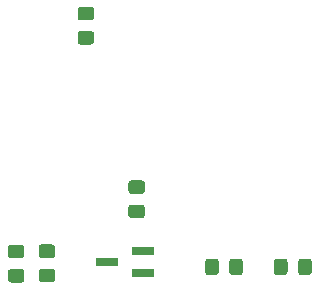
<source format=gtp>
G04 #@! TF.GenerationSoftware,KiCad,Pcbnew,(5.1.10)-1*
G04 #@! TF.CreationDate,2022-12-02T15:34:49-08:00*
G04 #@! TF.ProjectId,D24V22Fx_breakout,44323456-3232-4467-985f-627265616b6f,rev?*
G04 #@! TF.SameCoordinates,Original*
G04 #@! TF.FileFunction,Paste,Top*
G04 #@! TF.FilePolarity,Positive*
%FSLAX46Y46*%
G04 Gerber Fmt 4.6, Leading zero omitted, Abs format (unit mm)*
G04 Created by KiCad (PCBNEW (5.1.10)-1) date 2022-12-02 15:34:49*
%MOMM*%
%LPD*%
G01*
G04 APERTURE LIST*
%ADD10R,1.900000X0.800000*%
G04 APERTURE END LIST*
G36*
G01*
X132350001Y-69425000D02*
X131449999Y-69425000D01*
G75*
G02*
X131200000Y-69175001I0J249999D01*
G01*
X131200000Y-68524999D01*
G75*
G02*
X131449999Y-68275000I249999J0D01*
G01*
X132350001Y-68275000D01*
G75*
G02*
X132600000Y-68524999I0J-249999D01*
G01*
X132600000Y-69175001D01*
G75*
G02*
X132350001Y-69425000I-249999J0D01*
G01*
G37*
G36*
G01*
X132350001Y-71475000D02*
X131449999Y-71475000D01*
G75*
G02*
X131200000Y-71225001I0J249999D01*
G01*
X131200000Y-70574999D01*
G75*
G02*
X131449999Y-70325000I249999J0D01*
G01*
X132350001Y-70325000D01*
G75*
G02*
X132600000Y-70574999I0J-249999D01*
G01*
X132600000Y-71225001D01*
G75*
G02*
X132350001Y-71475000I-249999J0D01*
G01*
G37*
G36*
G01*
X135749999Y-85025000D02*
X136650001Y-85025000D01*
G75*
G02*
X136900000Y-85274999I0J-249999D01*
G01*
X136900000Y-85925001D01*
G75*
G02*
X136650001Y-86175000I-249999J0D01*
G01*
X135749999Y-86175000D01*
G75*
G02*
X135500000Y-85925001I0J249999D01*
G01*
X135500000Y-85274999D01*
G75*
G02*
X135749999Y-85025000I249999J0D01*
G01*
G37*
G36*
G01*
X135749999Y-82975000D02*
X136650001Y-82975000D01*
G75*
G02*
X136900000Y-83224999I0J-249999D01*
G01*
X136900000Y-83875001D01*
G75*
G02*
X136650001Y-84125000I-249999J0D01*
G01*
X135749999Y-84125000D01*
G75*
G02*
X135500000Y-83875001I0J249999D01*
G01*
X135500000Y-83224999D01*
G75*
G02*
X135749999Y-82975000I249999J0D01*
G01*
G37*
G36*
G01*
X126450001Y-89575000D02*
X125549999Y-89575000D01*
G75*
G02*
X125300000Y-89325001I0J249999D01*
G01*
X125300000Y-88674999D01*
G75*
G02*
X125549999Y-88425000I249999J0D01*
G01*
X126450001Y-88425000D01*
G75*
G02*
X126700000Y-88674999I0J-249999D01*
G01*
X126700000Y-89325001D01*
G75*
G02*
X126450001Y-89575000I-249999J0D01*
G01*
G37*
G36*
G01*
X126450001Y-91625000D02*
X125549999Y-91625000D01*
G75*
G02*
X125300000Y-91375001I0J249999D01*
G01*
X125300000Y-90724999D01*
G75*
G02*
X125549999Y-90475000I249999J0D01*
G01*
X126450001Y-90475000D01*
G75*
G02*
X126700000Y-90724999I0J-249999D01*
G01*
X126700000Y-91375001D01*
G75*
G02*
X126450001Y-91625000I-249999J0D01*
G01*
G37*
D10*
X133700000Y-89900000D03*
X136700000Y-88950000D03*
X136700000Y-90850000D03*
G36*
G01*
X143150000Y-89849999D02*
X143150000Y-90750001D01*
G75*
G02*
X142900001Y-91000000I-249999J0D01*
G01*
X142249999Y-91000000D01*
G75*
G02*
X142000000Y-90750001I0J249999D01*
G01*
X142000000Y-89849999D01*
G75*
G02*
X142249999Y-89600000I249999J0D01*
G01*
X142900001Y-89600000D01*
G75*
G02*
X143150000Y-89849999I0J-249999D01*
G01*
G37*
G36*
G01*
X145200000Y-89849999D02*
X145200000Y-90750001D01*
G75*
G02*
X144950001Y-91000000I-249999J0D01*
G01*
X144299999Y-91000000D01*
G75*
G02*
X144050000Y-90750001I0J249999D01*
G01*
X144050000Y-89849999D01*
G75*
G02*
X144299999Y-89600000I249999J0D01*
G01*
X144950001Y-89600000D01*
G75*
G02*
X145200000Y-89849999I0J-249999D01*
G01*
G37*
G36*
G01*
X149875000Y-90750001D02*
X149875000Y-89849999D01*
G75*
G02*
X150124999Y-89600000I249999J0D01*
G01*
X150775001Y-89600000D01*
G75*
G02*
X151025000Y-89849999I0J-249999D01*
G01*
X151025000Y-90750001D01*
G75*
G02*
X150775001Y-91000000I-249999J0D01*
G01*
X150124999Y-91000000D01*
G75*
G02*
X149875000Y-90750001I0J249999D01*
G01*
G37*
G36*
G01*
X147825000Y-90750001D02*
X147825000Y-89849999D01*
G75*
G02*
X148074999Y-89600000I249999J0D01*
G01*
X148725001Y-89600000D01*
G75*
G02*
X148975000Y-89849999I0J-249999D01*
G01*
X148975000Y-90750001D01*
G75*
G02*
X148725001Y-91000000I-249999J0D01*
G01*
X148074999Y-91000000D01*
G75*
G02*
X147825000Y-90750001I0J249999D01*
G01*
G37*
G36*
G01*
X128149999Y-90450000D02*
X129050001Y-90450000D01*
G75*
G02*
X129300000Y-90699999I0J-249999D01*
G01*
X129300000Y-91350001D01*
G75*
G02*
X129050001Y-91600000I-249999J0D01*
G01*
X128149999Y-91600000D01*
G75*
G02*
X127900000Y-91350001I0J249999D01*
G01*
X127900000Y-90699999D01*
G75*
G02*
X128149999Y-90450000I249999J0D01*
G01*
G37*
G36*
G01*
X128149999Y-88400000D02*
X129050001Y-88400000D01*
G75*
G02*
X129300000Y-88649999I0J-249999D01*
G01*
X129300000Y-89300001D01*
G75*
G02*
X129050001Y-89550000I-249999J0D01*
G01*
X128149999Y-89550000D01*
G75*
G02*
X127900000Y-89300001I0J249999D01*
G01*
X127900000Y-88649999D01*
G75*
G02*
X128149999Y-88400000I249999J0D01*
G01*
G37*
M02*

</source>
